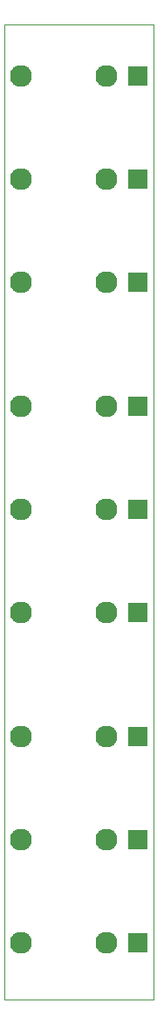
<source format=gbl>
G04 #@! TF.GenerationSoftware,KiCad,Pcbnew,(6.0.0)*
G04 #@! TF.CreationDate,2022-04-30T18:42:26+02:00*
G04 #@! TF.ProjectId,Multiplexer_3x2,4d756c74-6970-46c6-9578-65725f337832,rev?*
G04 #@! TF.SameCoordinates,Original*
G04 #@! TF.FileFunction,Copper,L2,Bot*
G04 #@! TF.FilePolarity,Positive*
%FSLAX46Y46*%
G04 Gerber Fmt 4.6, Leading zero omitted, Abs format (unit mm)*
G04 Created by KiCad (PCBNEW (6.0.0)) date 2022-04-30 18:42:26*
%MOMM*%
%LPD*%
G01*
G04 APERTURE LIST*
G04 #@! TA.AperFunction,Profile*
%ADD10C,0.050000*%
G04 #@! TD*
G04 #@! TA.AperFunction,ComponentPad*
%ADD11R,1.830000X1.930000*%
G04 #@! TD*
G04 #@! TA.AperFunction,ComponentPad*
%ADD12C,2.130000*%
G04 #@! TD*
G04 APERTURE END LIST*
D10*
X52750000Y-37000000D02*
X67250000Y-37000000D01*
X67250000Y-37000000D02*
X67250000Y-131500000D01*
X52750000Y-131500000D02*
X67250000Y-131500000D01*
X52750000Y-37000000D02*
X52750000Y-131500000D01*
D11*
X65780000Y-94000000D03*
D12*
X54380000Y-94000000D03*
X62680000Y-94000000D03*
D11*
X65780000Y-74000000D03*
D12*
X54380000Y-74000000D03*
X62680000Y-74000000D03*
D11*
X65780000Y-126000000D03*
D12*
X54380000Y-126000000D03*
X62680000Y-126000000D03*
D11*
X65780000Y-84000000D03*
D12*
X54380000Y-84000000D03*
X62680000Y-84000000D03*
D11*
X65780000Y-106000000D03*
D12*
X54380000Y-106000000D03*
X62680000Y-106000000D03*
D11*
X65780000Y-62000000D03*
D12*
X54380000Y-62000000D03*
X62680000Y-62000000D03*
D11*
X65780000Y-42000000D03*
D12*
X54380000Y-42000000D03*
X62680000Y-42000000D03*
D11*
X65780000Y-116000000D03*
D12*
X54380000Y-116000000D03*
X62680000Y-116000000D03*
D11*
X65780000Y-52000000D03*
D12*
X54380000Y-52000000D03*
X62680000Y-52000000D03*
M02*

</source>
